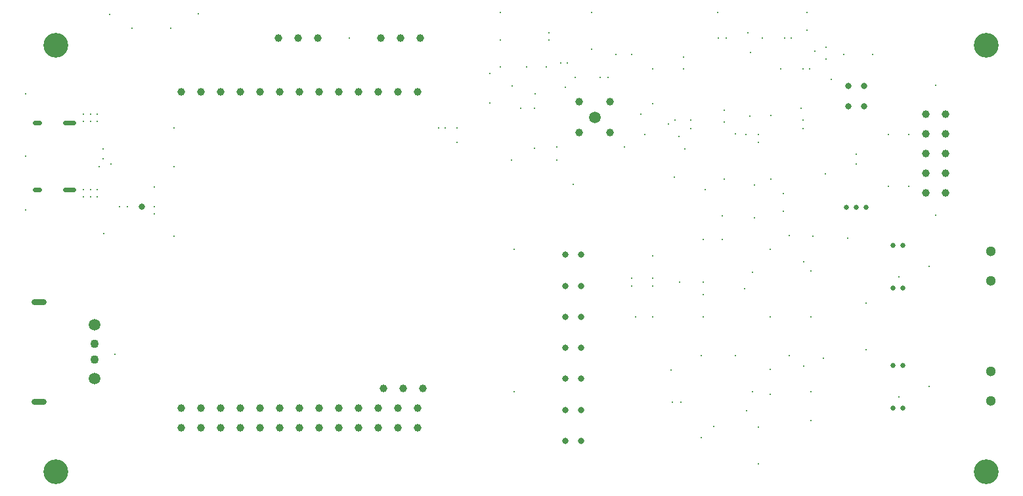
<source format=gbr>
%TF.GenerationSoftware,KiCad,Pcbnew,5.1.5*%
%TF.CreationDate,2020-01-11T17:40:05+01:00*%
%TF.ProjectId,can_breakout_pcb,63616e5f-6272-4656-916b-6f75745f7063,rev?*%
%TF.SameCoordinates,Original*%
%TF.FileFunction,Plated,1,2,PTH,Mixed*%
%TF.FilePolarity,Positive*%
%FSLAX46Y46*%
G04 Gerber Fmt 4.6, Leading zero omitted, Abs format (unit mm)*
G04 Created by KiCad (PCBNEW 5.1.5) date 2020-01-11 17:40:05*
%MOMM*%
%LPD*%
G04 APERTURE LIST*
%TA.AperFunction,ViaDrill*%
%ADD10C,0.300000*%
%TD*%
G04 aperture for slot hole*
%TA.AperFunction,ComponentDrill*%
%ADD11C,0.600000*%
%TD*%
%TA.AperFunction,ComponentDrill*%
%ADD12C,0.650000*%
%TD*%
%TA.AperFunction,ViaDrill*%
%ADD13C,0.800000*%
%TD*%
%TA.AperFunction,ComponentDrill*%
%ADD14C,0.800000*%
%TD*%
G04 aperture for slot hole*
%TA.AperFunction,ComponentDrill*%
%ADD15C,0.800000*%
%TD*%
%TA.AperFunction,ViaDrill*%
%ADD16C,1.000000*%
%TD*%
%TA.AperFunction,ComponentDrill*%
%ADD17C,1.000000*%
%TD*%
%TA.AperFunction,ComponentDrill*%
%ADD18C,1.100000*%
%TD*%
%TA.AperFunction,ComponentDrill*%
%ADD19C,1.300000*%
%TD*%
%TA.AperFunction,ViaDrill*%
%ADD20C,1.500000*%
%TD*%
%TA.AperFunction,ComponentDrill*%
%ADD21C,1.500000*%
%TD*%
%TA.AperFunction,ComponentDrill*%
%ADD22C,3.200000*%
%TD*%
G04 APERTURE END LIST*
D10*
X109875000Y-63500000D03*
X109875000Y-71500000D03*
X109875000Y-78500000D03*
X117375000Y-66125000D03*
X117375000Y-67000000D03*
X117375000Y-75875000D03*
X117375000Y-76750000D03*
X118250000Y-66125000D03*
X118250000Y-67000000D03*
X118250000Y-75875000D03*
X118250000Y-76750000D03*
X119125000Y-66125000D03*
X119125000Y-67000000D03*
X119125000Y-75875000D03*
X119125000Y-76750000D03*
X119375000Y-72875000D03*
X119875000Y-70625000D03*
X119875000Y-71875000D03*
X120000000Y-81500000D03*
X120750000Y-53250000D03*
X120875000Y-72500000D03*
X121375000Y-97125000D03*
X122000000Y-78000000D03*
X123000000Y-78000000D03*
X123625000Y-55000000D03*
X126500000Y-75500000D03*
X126500000Y-78000000D03*
X126500000Y-79000000D03*
X128625000Y-55000000D03*
X129000000Y-67875000D03*
X129000000Y-72875000D03*
X129000000Y-81875000D03*
X132125000Y-53125000D03*
X151625000Y-56250000D03*
X163125000Y-67875000D03*
X164000000Y-67875000D03*
X165500000Y-67875000D03*
X165500000Y-69750000D03*
X169750000Y-60875000D03*
X169750000Y-64625000D03*
X171125000Y-53000000D03*
X171125000Y-56500000D03*
X171125000Y-60000000D03*
X172500000Y-72000000D03*
X172625000Y-62500000D03*
X172875000Y-83500000D03*
X172875000Y-101875000D03*
X173750000Y-65375000D03*
X174500000Y-60000000D03*
X175500000Y-65375000D03*
X175500000Y-70500000D03*
X175625000Y-63500000D03*
X177000000Y-60000000D03*
X177374999Y-55605806D03*
X177375000Y-56500000D03*
X178375000Y-70375000D03*
X178375000Y-72000000D03*
X178875000Y-59500000D03*
X179500000Y-62625000D03*
X179750000Y-59500000D03*
X180500000Y-75125000D03*
X180750000Y-61375000D03*
X182875000Y-53000000D03*
X182875000Y-57750000D03*
X184000000Y-61375000D03*
X185000000Y-61375000D03*
X186000000Y-58375000D03*
X187125000Y-70375000D03*
X188000000Y-58375000D03*
X188000000Y-87250000D03*
X188000000Y-88250000D03*
X188500000Y-92250000D03*
X189250000Y-66125000D03*
X189750000Y-68750000D03*
X190750000Y-60250000D03*
X190750000Y-64750000D03*
X190750000Y-84375000D03*
X190750000Y-87250000D03*
X190750000Y-88250000D03*
X190750000Y-92250000D03*
X192750000Y-67375000D03*
X193125000Y-99125000D03*
X193250000Y-103250000D03*
X193500000Y-74250000D03*
X193625000Y-66875000D03*
X194125000Y-69000000D03*
X194250000Y-87750000D03*
X194375000Y-103250000D03*
X194750000Y-58750000D03*
X194750000Y-60250000D03*
X194875000Y-70625000D03*
X195625000Y-66875000D03*
X195625000Y-68000000D03*
X197000000Y-97250000D03*
X197000000Y-107875000D03*
X197250000Y-82250000D03*
X197250000Y-87750000D03*
X197250000Y-89375000D03*
X197250000Y-92250000D03*
X197500000Y-75875000D03*
X198625000Y-106375000D03*
X199125000Y-53000000D03*
X199250000Y-56250000D03*
X199750000Y-79250000D03*
X199750000Y-82250000D03*
X200000000Y-65625000D03*
X200000000Y-67125000D03*
X200000000Y-74500000D03*
X200250000Y-56250000D03*
X201375000Y-68625000D03*
X201375000Y-97250000D03*
X202625000Y-88625000D03*
X202750000Y-68750000D03*
X202875000Y-104375000D03*
X203000000Y-55625000D03*
X203250000Y-66375000D03*
X203375000Y-58125000D03*
X203625000Y-86500000D03*
X203625000Y-101875000D03*
X203875000Y-75275000D03*
X203875000Y-79500000D03*
X204375000Y-68750000D03*
X204375000Y-69750000D03*
X204375000Y-106500000D03*
X204375000Y-111250000D03*
X204875000Y-56250000D03*
X205875000Y-83500000D03*
X205875000Y-92250000D03*
X205875000Y-99000000D03*
X205875000Y-102250000D03*
X206000000Y-66250000D03*
X206000000Y-74500000D03*
X207250000Y-60250000D03*
X207625000Y-76375000D03*
X207625000Y-78625000D03*
X207750000Y-56250000D03*
X208375000Y-81750000D03*
X208375000Y-97250000D03*
X208625000Y-56250000D03*
X209875000Y-65375000D03*
X210125000Y-60250000D03*
X210125000Y-66875000D03*
X210125000Y-68000000D03*
X210250000Y-85125000D03*
X210250000Y-98625000D03*
X210625000Y-53000000D03*
X210625000Y-55250000D03*
X211000000Y-60250000D03*
X211125000Y-86375000D03*
X211125000Y-92250000D03*
X211125000Y-101875000D03*
X211125000Y-105625000D03*
X211375000Y-81875000D03*
X211625000Y-58000000D03*
X212750000Y-97625000D03*
X213040000Y-73790000D03*
X213125000Y-57500000D03*
X213125000Y-59000000D03*
X213750000Y-61625000D03*
X215375000Y-58375000D03*
X215875000Y-82125000D03*
X217000000Y-71250000D03*
X217000000Y-72500000D03*
X218250000Y-90500000D03*
X218250000Y-96500000D03*
X219125000Y-58375000D03*
X221125000Y-68750000D03*
X221125000Y-75375000D03*
X222500000Y-87125000D03*
X222500000Y-102625000D03*
X223750000Y-68750000D03*
X223750000Y-75375000D03*
X226375000Y-85750000D03*
X226375000Y-101250000D03*
X227250000Y-62375000D03*
X227250000Y-79125000D03*
D11*
%TO.C,USB1*%
X111050000Y-67180000D02*
X111650000Y-67180000D01*
X111050000Y-75820000D02*
X111650000Y-75820000D01*
X114980000Y-67180000D02*
X116080000Y-67180000D01*
X114980000Y-75820000D02*
X116080000Y-75820000D01*
D12*
%TO.C,JP5*%
X221730000Y-104000000D03*
X223000000Y-104000000D03*
%TO.C,JP2*%
X221750000Y-83000000D03*
X223020000Y-83000000D03*
%TO.C,JP3*%
X221730000Y-88500000D03*
X223000000Y-88500000D03*
%TO.C,JP4*%
X221750000Y-98500000D03*
X223020000Y-98500000D03*
%TO.C,JP6*%
X215730000Y-78125000D03*
X217000000Y-78125000D03*
X218270000Y-78125000D03*
%TD*%
D13*
X124900000Y-78000000D03*
D14*
%TO.C,TP9*%
X179500000Y-88250000D03*
X181500000Y-88250000D03*
%TO.C,TP8*%
X179500000Y-84250000D03*
X181500000Y-84250000D03*
%TO.C,TP11*%
X216000000Y-65125000D03*
X218000000Y-65125000D03*
D15*
%TO.C,J6*%
X110950000Y-90350000D02*
X112150000Y-90350000D01*
X110950000Y-103150000D02*
X112150000Y-103150000D01*
D14*
%TO.C,TP12*%
X216000000Y-62500000D03*
X218000000Y-62500000D03*
%TO.C,TP3*%
X179500000Y-100250000D03*
X181500000Y-100250000D03*
%TO.C,TP5*%
X179500000Y-96250000D03*
X181500000Y-96250000D03*
%TO.C,TP7*%
X179500000Y-108250000D03*
X181500000Y-108250000D03*
%TO.C,TP10*%
X179500000Y-104250000D03*
X181500000Y-104250000D03*
%TO.C,TP6*%
X179500000Y-92250000D03*
X181500000Y-92250000D03*
%TD*%
D16*
X181250000Y-64500000D03*
X181250000Y-68500000D03*
X185250000Y-64500000D03*
X185250000Y-68500000D03*
D17*
%TO.C,J2*%
X142500000Y-56250000D03*
X145040000Y-56250000D03*
X147580000Y-56250000D03*
%TO.C,J9*%
X226000000Y-66090000D03*
X226000000Y-68630000D03*
X226000000Y-71170000D03*
X226000000Y-73710000D03*
X226000000Y-76250000D03*
X228540000Y-66090000D03*
X228540000Y-68630000D03*
X228540000Y-71170000D03*
X228540000Y-73710000D03*
X228540000Y-76250000D03*
%TO.C,U5*%
X129981600Y-63198400D03*
X129981600Y-103990800D03*
X129981600Y-106530800D03*
X132521600Y-63198400D03*
X132521600Y-103990800D03*
X132521600Y-106530800D03*
X135061600Y-63198400D03*
X135061600Y-103990800D03*
X135061600Y-106530800D03*
X137601600Y-63198400D03*
X137601600Y-103990800D03*
X137601600Y-106530800D03*
X140141600Y-63198400D03*
X140141600Y-103990800D03*
X140141600Y-106530800D03*
X142681600Y-63198400D03*
X142681600Y-103990800D03*
X142681600Y-106530800D03*
X145221600Y-63198400D03*
X145221600Y-103990800D03*
X145221600Y-106530800D03*
X147761600Y-63198400D03*
X147761600Y-103990800D03*
X147761600Y-106530800D03*
X150301600Y-63198400D03*
X150301600Y-103990800D03*
X150301600Y-106530800D03*
X152841600Y-63198400D03*
X152841600Y-103990800D03*
X152841600Y-106530800D03*
X155381600Y-63198400D03*
X155381600Y-103990800D03*
X155381600Y-106530800D03*
X155991200Y-101450800D03*
X157921600Y-63198400D03*
X157921600Y-103990800D03*
X157921600Y-106530800D03*
X158531200Y-101450800D03*
X160461600Y-63198400D03*
X160461600Y-103990800D03*
X160461600Y-106530800D03*
X161071200Y-101450800D03*
%TO.C,J7*%
X155670000Y-56250000D03*
X158210000Y-56250000D03*
X160750000Y-56250000D03*
D18*
%TO.C,J6*%
X118750000Y-95750000D03*
X118750000Y-97750000D03*
D19*
%TO.C,J8*%
X234375000Y-99325000D03*
X234375000Y-103135000D03*
%TO.C,J5*%
X234375000Y-83825000D03*
X234375000Y-87635000D03*
%TD*%
D20*
X183250000Y-66500000D03*
D21*
%TO.C,J6*%
X118750000Y-93250000D03*
X118750000Y-100250000D03*
D22*
%TO.C,H4*%
X233750000Y-112250000D03*
%TO.C,H3*%
X233750000Y-57250000D03*
%TO.C,H2*%
X113750000Y-112250000D03*
%TO.C,H1*%
X113750000Y-57250000D03*
M02*

</source>
